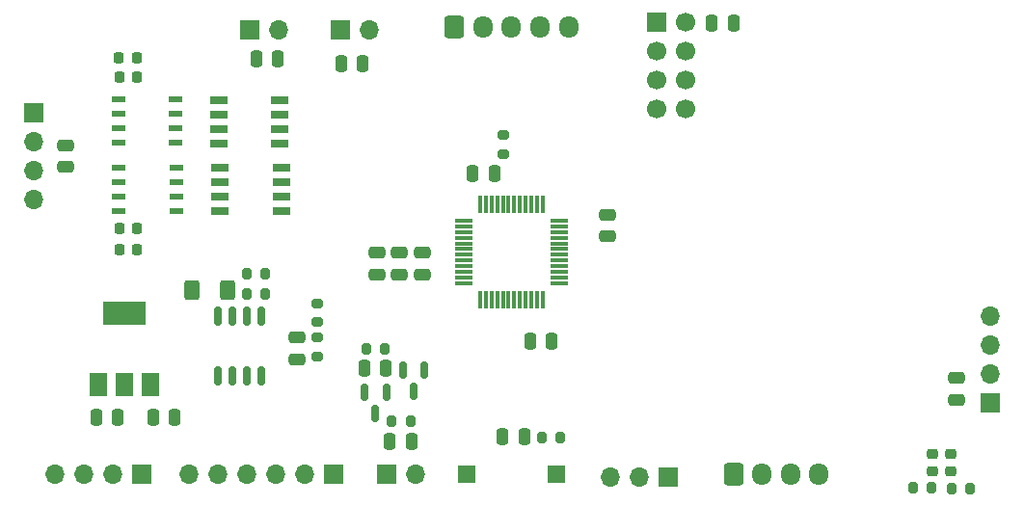
<source format=gbr>
%TF.GenerationSoftware,KiCad,Pcbnew,(6.0.11)*%
%TF.CreationDate,2023-08-09T22:56:24+02:00*%
%TF.ProjectId,Voiture_RC,566f6974-7572-4655-9f52-432e6b696361,rev?*%
%TF.SameCoordinates,Original*%
%TF.FileFunction,Soldermask,Top*%
%TF.FilePolarity,Negative*%
%FSLAX46Y46*%
G04 Gerber Fmt 4.6, Leading zero omitted, Abs format (unit mm)*
G04 Created by KiCad (PCBNEW (6.0.11)) date 2023-08-09 22:56:24*
%MOMM*%
%LPD*%
G01*
G04 APERTURE LIST*
G04 Aperture macros list*
%AMRoundRect*
0 Rectangle with rounded corners*
0 $1 Rounding radius*
0 $2 $3 $4 $5 $6 $7 $8 $9 X,Y pos of 4 corners*
0 Add a 4 corners polygon primitive as box body*
4,1,4,$2,$3,$4,$5,$6,$7,$8,$9,$2,$3,0*
0 Add four circle primitives for the rounded corners*
1,1,$1+$1,$2,$3*
1,1,$1+$1,$4,$5*
1,1,$1+$1,$6,$7*
1,1,$1+$1,$8,$9*
0 Add four rect primitives between the rounded corners*
20,1,$1+$1,$2,$3,$4,$5,0*
20,1,$1+$1,$4,$5,$6,$7,0*
20,1,$1+$1,$6,$7,$8,$9,0*
20,1,$1+$1,$8,$9,$2,$3,0*%
G04 Aperture macros list end*
%ADD10RoundRect,0.250000X0.475000X-0.250000X0.475000X0.250000X-0.475000X0.250000X-0.475000X-0.250000X0*%
%ADD11R,1.700000X1.700000*%
%ADD12O,1.700000X1.700000*%
%ADD13RoundRect,0.250000X-0.250000X-0.475000X0.250000X-0.475000X0.250000X0.475000X-0.250000X0.475000X0*%
%ADD14RoundRect,0.218750X0.218750X0.256250X-0.218750X0.256250X-0.218750X-0.256250X0.218750X-0.256250X0*%
%ADD15RoundRect,0.039130X0.557870X0.240370X-0.557870X0.240370X-0.557870X-0.240370X0.557870X-0.240370X0*%
%ADD16RoundRect,0.250000X-0.475000X0.250000X-0.475000X-0.250000X0.475000X-0.250000X0.475000X0.250000X0*%
%ADD17RoundRect,0.250000X-0.600000X-0.725000X0.600000X-0.725000X0.600000X0.725000X-0.600000X0.725000X0*%
%ADD18O,1.700000X1.950000*%
%ADD19RoundRect,0.200000X-0.200000X-0.275000X0.200000X-0.275000X0.200000X0.275000X-0.200000X0.275000X0*%
%ADD20RoundRect,0.218750X-0.218750X-0.256250X0.218750X-0.256250X0.218750X0.256250X-0.218750X0.256250X0*%
%ADD21RoundRect,0.150000X-0.150000X0.675000X-0.150000X-0.675000X0.150000X-0.675000X0.150000X0.675000X0*%
%ADD22RoundRect,0.200000X0.275000X-0.200000X0.275000X0.200000X-0.275000X0.200000X-0.275000X-0.200000X0*%
%ADD23RoundRect,0.200000X-0.275000X0.200000X-0.275000X-0.200000X0.275000X-0.200000X0.275000X0.200000X0*%
%ADD24R,1.500000X1.500000*%
%ADD25RoundRect,0.250000X0.250000X0.475000X-0.250000X0.475000X-0.250000X-0.475000X0.250000X-0.475000X0*%
%ADD26RoundRect,0.011200X-0.733800X-0.128800X0.733800X-0.128800X0.733800X0.128800X-0.733800X0.128800X0*%
%ADD27RoundRect,0.011200X0.128800X-0.733800X0.128800X0.733800X-0.128800X0.733800X-0.128800X-0.733800X0*%
%ADD28RoundRect,0.218750X-0.256250X0.218750X-0.256250X-0.218750X0.256250X-0.218750X0.256250X0.218750X0*%
%ADD29RoundRect,0.042000X0.748000X0.258000X-0.748000X0.258000X-0.748000X-0.258000X0.748000X-0.258000X0*%
%ADD30C,1.700000*%
%ADD31RoundRect,0.200000X0.200000X0.275000X-0.200000X0.275000X-0.200000X-0.275000X0.200000X-0.275000X0*%
%ADD32R,1.500000X2.000000*%
%ADD33R,3.800000X2.000000*%
%ADD34RoundRect,0.250000X0.400000X0.625000X-0.400000X0.625000X-0.400000X-0.625000X0.400000X-0.625000X0*%
%ADD35RoundRect,0.150000X-0.150000X0.587500X-0.150000X-0.587500X0.150000X-0.587500X0.150000X0.587500X0*%
G04 APERTURE END LIST*
D10*
%TO.C,C9*%
X165132000Y-129488000D03*
X165132000Y-127588000D03*
%TD*%
D11*
%TO.C,J4*%
X164000000Y-147000000D03*
D12*
X166540000Y-147000000D03*
%TD*%
D13*
%TO.C,C7*%
X174232000Y-143764000D03*
X176132000Y-143764000D03*
%TD*%
D11*
%TO.C,J3*%
X152000000Y-108000000D03*
D12*
X154540000Y-108000000D03*
%TD*%
D14*
%TO.C,D3*%
X142087700Y-110413800D03*
X140512700Y-110413800D03*
%TD*%
D10*
%TO.C,C10*%
X163152000Y-129488000D03*
X163152000Y-127588000D03*
%TD*%
D15*
%TO.C,Q4*%
X145595400Y-123951400D03*
X145595400Y-122681400D03*
X145595400Y-121411400D03*
X145595400Y-120141400D03*
X140541400Y-120141400D03*
X140541400Y-121411400D03*
X140541400Y-122681400D03*
X140541400Y-123951400D03*
%TD*%
D16*
%TO.C,C1*%
X183420000Y-124232000D03*
X183420000Y-126132000D03*
%TD*%
D17*
%TO.C,J8*%
X194500000Y-147000000D03*
D18*
X197000000Y-147000000D03*
X199500000Y-147000000D03*
X202000000Y-147000000D03*
%TD*%
D19*
%TO.C,R9*%
X151727600Y-131204200D03*
X153377600Y-131204200D03*
%TD*%
D20*
%TO.C,D5*%
X140563500Y-127330200D03*
X142138500Y-127330200D03*
%TD*%
D13*
%TO.C,C8*%
X171614000Y-120610000D03*
X173514000Y-120610000D03*
%TD*%
%TO.C,C5*%
X143550000Y-142000000D03*
X145450000Y-142000000D03*
%TD*%
D11*
%TO.C,J5*%
X142540000Y-147000000D03*
D12*
X140000000Y-147000000D03*
X137460000Y-147000000D03*
X134920000Y-147000000D03*
%TD*%
D21*
%TO.C,U4*%
X153035000Y-133138000D03*
X151765000Y-133138000D03*
X150495000Y-133138000D03*
X149225000Y-133138000D03*
X149225000Y-138388000D03*
X150495000Y-138388000D03*
X151765000Y-138388000D03*
X153035000Y-138388000D03*
%TD*%
D22*
%TO.C,R11*%
X174276000Y-118895000D03*
X174276000Y-117245000D03*
%TD*%
D23*
%TO.C,R1*%
X157962600Y-132017000D03*
X157962600Y-133667000D03*
%TD*%
D11*
%TO.C,J2*%
X159350000Y-147000000D03*
D12*
X156810000Y-147000000D03*
X154270000Y-147000000D03*
X151730000Y-147000000D03*
X149190000Y-147000000D03*
X146650000Y-147000000D03*
%TD*%
D20*
%TO.C,D4*%
X140563500Y-112141000D03*
X142138500Y-112141000D03*
%TD*%
D24*
%TO.C,Reset1*%
X178900000Y-147000000D03*
X171100000Y-147000000D03*
%TD*%
D19*
%TO.C,R4*%
X164475400Y-142351800D03*
X166125400Y-142351800D03*
%TD*%
D25*
%TO.C,C12*%
X166225000Y-144155200D03*
X164325000Y-144155200D03*
%TD*%
D26*
%TO.C,U1*%
X170830000Y-124750000D03*
X170830000Y-125250000D03*
X170830000Y-125750000D03*
X170830000Y-126250000D03*
X170830000Y-126750000D03*
X170830000Y-127250000D03*
X170830000Y-127750000D03*
X170830000Y-128250000D03*
X170830000Y-128750000D03*
X170830000Y-129250000D03*
X170830000Y-129750000D03*
X170830000Y-130250000D03*
D27*
X172250000Y-131670000D03*
X172750000Y-131670000D03*
X173250000Y-131670000D03*
X173750000Y-131670000D03*
X174250000Y-131670000D03*
X174750000Y-131670000D03*
X175250000Y-131670000D03*
X175750000Y-131670000D03*
X176250000Y-131670000D03*
X176750000Y-131670000D03*
X177250000Y-131670000D03*
X177750000Y-131670000D03*
D26*
X179170000Y-130250000D03*
X179170000Y-129750000D03*
X179170000Y-129250000D03*
X179170000Y-128750000D03*
X179170000Y-128250000D03*
X179170000Y-127750000D03*
X179170000Y-127250000D03*
X179170000Y-126750000D03*
X179170000Y-126250000D03*
X179170000Y-125750000D03*
X179170000Y-125250000D03*
X179170000Y-124750000D03*
D27*
X177750000Y-123330000D03*
X177250000Y-123330000D03*
X176750000Y-123330000D03*
X176250000Y-123330000D03*
X175750000Y-123330000D03*
X175250000Y-123330000D03*
X174750000Y-123330000D03*
X174250000Y-123330000D03*
X173750000Y-123330000D03*
X173250000Y-123330000D03*
X172750000Y-123330000D03*
X172250000Y-123330000D03*
%TD*%
D15*
%TO.C,Q3*%
X145527000Y-117905000D03*
X145527000Y-116635000D03*
X145527000Y-115365000D03*
X145527000Y-114095000D03*
X140473000Y-114095000D03*
X140473000Y-115365000D03*
X140473000Y-116635000D03*
X140473000Y-117905000D03*
%TD*%
D25*
%TO.C,C6*%
X140450000Y-142000000D03*
X138550000Y-142000000D03*
%TD*%
%TO.C,C2*%
X178528000Y-135342000D03*
X176628000Y-135342000D03*
%TD*%
D19*
%TO.C,R8*%
X151752800Y-129413000D03*
X153402800Y-129413000D03*
%TD*%
D13*
%TO.C,C13*%
X162089800Y-137754400D03*
X163989800Y-137754400D03*
%TD*%
D25*
%TO.C,C11*%
X154476252Y-110501252D03*
X152576252Y-110501252D03*
%TD*%
D13*
%TO.C,C14*%
X192598000Y-107442000D03*
X194498000Y-107442000D03*
%TD*%
D28*
%TO.C,D2*%
X212000000Y-145212500D03*
X212000000Y-146787500D03*
%TD*%
D29*
%TO.C,U6*%
X154770900Y-123900600D03*
X154770900Y-122630600D03*
X154770900Y-121360600D03*
X154770900Y-120090600D03*
X149430900Y-120090600D03*
X149430900Y-121360600D03*
X149430900Y-122630600D03*
X149430900Y-123900600D03*
%TD*%
D11*
%TO.C,U3*%
X187770000Y-107285000D03*
D30*
X190310000Y-107285000D03*
X187770000Y-109825000D03*
X190310000Y-109825000D03*
X187770000Y-112365000D03*
X190310000Y-112365000D03*
X187770000Y-114905000D03*
X190310000Y-114905000D03*
%TD*%
D16*
%TO.C,C17*%
X135864600Y-118125200D03*
X135864600Y-120025200D03*
%TD*%
D31*
%TO.C,R5*%
X179309000Y-143830400D03*
X177659000Y-143830400D03*
%TD*%
D28*
%TO.C,D1*%
X213549400Y-145237900D03*
X213549400Y-146812900D03*
%TD*%
D31*
%TO.C,R3*%
X215288800Y-148286000D03*
X213638800Y-148286000D03*
%TD*%
D16*
%TO.C,C3*%
X156184600Y-135016200D03*
X156184600Y-136916200D03*
%TD*%
D17*
%TO.C,J10*%
X170000000Y-107700000D03*
D18*
X172500000Y-107700000D03*
X175000000Y-107700000D03*
X177500000Y-107700000D03*
X180000000Y-107700000D03*
%TD*%
D25*
%TO.C,C16*%
X161950000Y-111000000D03*
X160050000Y-111000000D03*
%TD*%
D11*
%TO.C,J7*%
X160000000Y-108000000D03*
D12*
X162540000Y-108000000D03*
%TD*%
D32*
%TO.C,U2*%
X138700000Y-139150000D03*
X141000000Y-139150000D03*
D33*
X141000000Y-132850000D03*
D32*
X143300000Y-139150000D03*
%TD*%
D11*
%TO.C,J6*%
X217000000Y-140800000D03*
D12*
X217000000Y-138260000D03*
X217000000Y-135720000D03*
X217000000Y-133180000D03*
%TD*%
D19*
%TO.C,R10*%
X210260600Y-148209800D03*
X211910600Y-148209800D03*
%TD*%
D34*
%TO.C,R7*%
X150038400Y-130835400D03*
X146938400Y-130835400D03*
%TD*%
D35*
%TO.C,Q1*%
X164015200Y-139839500D03*
X162115200Y-139839500D03*
X163065200Y-141714500D03*
%TD*%
D11*
%TO.C,J9*%
X133080100Y-115249200D03*
D12*
X133080100Y-117789200D03*
X133080100Y-120329200D03*
X133080100Y-122869200D03*
%TD*%
D11*
%TO.C,J1*%
X188790000Y-147300000D03*
D12*
X186250000Y-147300000D03*
X183710000Y-147300000D03*
%TD*%
D19*
%TO.C,R6*%
X162240200Y-136001800D03*
X163890200Y-136001800D03*
%TD*%
D35*
%TO.C,Q2*%
X167342600Y-137883700D03*
X165442600Y-137883700D03*
X166392600Y-139758700D03*
%TD*%
D10*
%TO.C,C15*%
X214078000Y-140480000D03*
X214078000Y-138580000D03*
%TD*%
D29*
%TO.C,U5*%
X154670000Y-117955800D03*
X154670000Y-116685800D03*
X154670000Y-115415800D03*
X154670000Y-114145800D03*
X149330000Y-114145800D03*
X149330000Y-115415800D03*
X149330000Y-116685800D03*
X149330000Y-117955800D03*
%TD*%
D23*
%TO.C,R2*%
X157957600Y-135022200D03*
X157957600Y-136672200D03*
%TD*%
D10*
%TO.C,C4*%
X167132000Y-129488000D03*
X167132000Y-127588000D03*
%TD*%
D14*
%TO.C,D6*%
X142138500Y-125476000D03*
X140563500Y-125476000D03*
%TD*%
M02*

</source>
